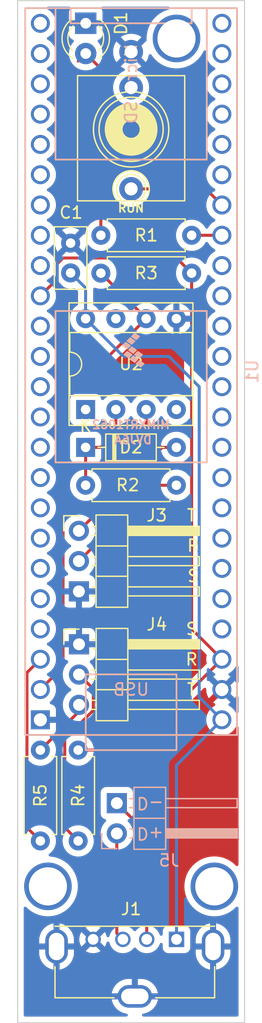
<source format=kicad_pcb>
(kicad_pcb (version 20211014) (generator pcbnew)
  (layers (0 "F.Cu" signal) (31 "B.Cu" signal) (34 "B.Paste" user) (35 "F.Paste" user) (36 "B.SilkS" user "B.Silkscreen") (37 "F.SilkS" user "F.Silkscreen") (38 "B.Mask" user) (39 "F.Mask" user) (44 "Edge.Cuts" user))
  (net 0 "")
  (net 1 "+5V")
  (net 2 "GND")
  (net 3 "Net-(D1-Pad2)")
  (net 4 "Net-(D2-Pad1)")
  (net 5 "Net-(D2-Pad2)")
  (net 6 "Net-(J1-Pad2)")
  (net 7 "Net-(J1-Pad3)")
  (net 8 "RUN")
  (net 10 "+3.3V")
  (net 11 "SERIAL_RECEIVE")
  (net 12 "SERIAL_TRANSMIT")
  (net 53 "Net-(R2-Pad1)")
  (net 54 "Net-(R4-Pad1)")
  (net 55 "Net-(R5-Pad1)")
  (net 56 "LED")
  (footprint "Resistor_THT:R_Axial_DIN0207_L6.3mm_D2.5mm_P7.62mm_Horizontal" (layer "F.Cu") (at 17.643 66.05 180)
    (fp_text reference "R2" (at 4.085 0.01) (layer "F.SilkS"))
    (fp_text value "220")
    (fp_line (start 0.54 -1.37) (end 7.08 -1.37) (layer "F.SilkS") (width 0.12))
    (fp_line (start 0.54 1.37) (end 7.08 1.37) (layer "F.SilkS") (width 0.12))
    (fp_line (start 7.08 1.37) (end 7.08 1.04) (layer "F.SilkS") (width 0.12))
    (fp_line (start 0.54 1.04) (end 0.54 1.37) (layer "F.SilkS") (width 0.12))
    (fp_line (start 7.08 -1.37) (end 7.08 -1.04) (layer "F.SilkS") (width 0.12))
    (fp_line (start 0.54 -1.04) (end 0.54 -1.37) (layer "F.SilkS") (width 0.12))
    (pad "1" thru_hole circle (at 0 0 180) (size 1.6 1.6) (drill 0.8) (layers *.Cu *.Mask) (net 53 "Net-(R2-Pad1)"))
    (pad "2" thru_hole oval (at 7.62 0 180) (size 1.6 1.6) (drill 0.8) (layers *.Cu *.Mask) (net 4 "Net-(D2-Pad1)"))
  )
  (footprint "Package_DIP:DIP-8_W7.62mm_Socket" (layer "F.Cu") (at 10.023 59.7 90)
    (fp_text reference "U2" (at 3.82 3.82 180) (layer "F.SilkS"))
    (fp_text value "6N138")
    (fp_line (start 1.16 -1.33) (end 1.16 8.95) (layer "F.SilkS") (width 0.12))
    (fp_line (start 6.46 -1.33) (end 4.81 -1.33) (layer "F.SilkS") (width 0.12))
    (fp_line (start 2.81 -1.33) (end 1.16 -1.33) (layer "F.SilkS") (width 0.12))
    (fp_line (start 8.95 9.01) (end 8.95 -1.39) (layer "F.SilkS") (width 0.12))
    (fp_line (start -1.33 9.01) (end 8.95 9.01) (layer "F.SilkS") (width 0.12))
    (fp_line (start -1.33 -1.39) (end -1.33 9.01) (layer "F.SilkS") (width 0.12))
    (fp_line (start 1.16 8.95) (end 6.46 8.95) (layer "F.SilkS") (width 0.12))
    (fp_line (start 8.95 -1.39) (end -1.33 -1.39) (layer "F.SilkS") (width 0.12))
    (fp_line (start 6.46 8.95) (end 6.46 -1.33) (layer "F.SilkS") (width 0.12))
    (fp_arc (start 4.81 -1.33) (mid 3.81 -0.33) (end 2.81 -1.33) (layer "F.SilkS") (width 0.12))
    (pad "1" thru_hole rect (at 0 0 90) (size 1.6 1.6) (drill 0.8) (layers *.Cu *.Mask))
    (pad "2" thru_hole oval (at 0 2.54 90) (size 1.6 1.6) (drill 0.8) (layers *.Cu *.Mask) (net 4 "Net-(D2-Pad1)"))
    (pad "3" thru_hole oval (at 0 5.08 90) (size 1.6 1.6) (drill 0.8) (layers *.Cu *.Mask) (net 5 "Net-(D2-Pad2)"))
    (pad "4" thru_hole oval (at 0 7.62 90) (size 1.6 1.6) (drill 0.8) (layers *.Cu *.Mask))
    (pad "5" thru_hole oval (at 7.62 7.62 90) (size 1.6 1.6) (drill 0.8) (layers *.Cu *.Mask) (net 2 "GND"))
    (pad "6" thru_hole oval (at 7.62 5.08 90) (size 1.6 1.6) (drill 0.8) (layers *.Cu *.Mask) (net 11 "SERIAL_RECEIVE"))
    (pad "7" thru_hole oval (at 7.62 2.54 90) (size 1.6 1.6) (drill 0.8) (layers *.Cu *.Mask))
    (pad "8" thru_hole oval (at 7.62 0 90) (size 1.6 1.6) (drill 0.8) (layers *.Cu *.Mask) (net 1 "+5V"))
  )
  (footprint "winterbloom:MountingHole_M3_Skinny" (layer "F.Cu") (at 20.828 99.695)
    (fp_text reference "H1" hide)
    (fp_text value "M3" hide)
    (pad "1" thru_hole circle (at 0 0) (size 4 4) (drill 3.2) (layers *.Cu *.Mask))
  )
  (footprint "Connector_USB:USB_A_Molex_105057_Vertical" (layer "F.Cu") (at 17.653 104.14 180)
    (fp_text reference "J1" (at 3.81 2.54) (layer "F.SilkS"))
    (fp_text value "USB_A")
    (fp_line (start -3.2 -4.9) (end -3.2 -2.3) (layer "F.SilkS") (width 0.12))
    (fp_line (start 10.2 -4.9) (end 10.2 -2.3) (layer "F.SilkS") (width 0.12))
    (fp_line (start 10.2 1.1) (end -3.2 1.1) (layer "F.SilkS") (width 0.12))
    (fp_line (start -3.2 -4.9) (end 1.75 -4.9) (layer "F.SilkS") (width 0.12))
    (fp_line (start 10.2 -4.9) (end 5.25 -4.9) (layer "F.SilkS") (width 0.12))
    (pad "1" thru_hole rect (at 0 0 180) (size 1.3 1.3) (drill 0.9) (layers *.Cu *.Mask) (net 1 "+5V"))
    (pad "2" thru_hole circle (at 2.5 0 180) (size 1.3 1.3) (drill 0.9) (layers *.Cu *.Mask) (net 6 "Net-(J1-Pad2)"))
    (pad "3" thru_hole circle (at 4.5 0 180) (size 1.3 1.3) (drill 0.9) (layers *.Cu *.Mask) (net 7 "Net-(J1-Pad3)"))
    (pad "4" thru_hole circle (at 7 0 180) (size 1.3 1.3) (drill 0.9) (layers *.Cu *.Mask) (net 2 "GND"))
    (pad "5" thru_hole oval (at 10.07 -0.6 180) (size 1.9 2.9) (drill oval 1.3 2.3) (layers *.Cu *.Mask) (net 2 "GND"))
    (pad "5" thru_hole oval (at 3.5 -4.78 270) (size 1.9 2.9) (drill oval 1.3 2.3) (layers *.Cu *.Mask) (net 2 "GND"))
    (pad "5" thru_hole oval (at -3.07 -0.6) (size 1.9 2.9) (drill oval 1.3 2.3) (layers *.Cu *.Mask) (net 2 "GND"))
  )
  (footprint "winterbloom:MountingHole_M3_Skinny" (layer "F.Cu") (at 6.858 99.695)
    (fp_text reference "H1" hide)
    (fp_text value "M3" hide)
    (pad "1" thru_hole circle (at 0 0) (size 4 4) (drill 3.2) (layers *.Cu *.Mask))
  )
  (footprint "Resistor_THT:R_Axial_DIN0207_L6.3mm_D2.5mm_P7.62mm_Horizontal" (layer "F.Cu") (at 6.223 88.265 -90)
    (fp_text reference "R5" (at 3.81 0 -90) (layer "F.SilkS"))
    (fp_text value "47")
    (fp_line (start 0.54 -1.37) (end 7.08 -1.37) (layer "F.SilkS") (width 0.12))
    (fp_line (start 7.08 1.37) (end 7.08 1.04) (layer "F.SilkS") (width 0.12))
    (fp_line (start 7.08 -1.37) (end 7.08 -1.04) (layer "F.SilkS") (width 0.12))
    (fp_line (start 0.54 1.37) (end 7.08 1.37) (layer "F.SilkS") (width 0.12))
    (fp_line (start 0.54 1.04) (end 0.54 1.37) (layer "F.SilkS") (width 0.12))
    (fp_line (start 0.54 -1.04) (end 0.54 -1.37) (layer "F.SilkS") (width 0.12))
    (pad "1" thru_hole circle (at 0 0 270) (size 1.6 1.6) (drill 0.8) (layers *.Cu *.Mask) (net 55 "Net-(R5-Pad1)"))
    (pad "2" thru_hole oval (at 7.62 0 270) (size 1.6 1.6) (drill 0.8) (layers *.Cu *.Mask) (net 12 "SERIAL_TRANSMIT"))
  )
  (footprint "winterbloom:AudioJack_WQP518MA" (layer "F.Cu") (at 13.843 36.195 180)
    (fp_text reference "J2" hide)
    (fp_text value "RUN" (at 0.01 -6.61) (layer "F.SilkS") (effects (font (size 0.7 0.7))))
    (fp_line (start 4.5 4.5) (end -4.5 4.5) (layer "F.SilkS") (width 0.12))
    (fp_line (start -4.5 4.5) (end -4.5 -6) (layer "F.SilkS") (width 0.12))
    (fp_line (start -4.5 -6) (end 4.5 -6) (layer "F.SilkS") (width 0.12))
    (fp_line (start 4.5 -6) (end 4.5 4.5) (layer "F.SilkS") (width 0.12))
    (fp_arc (start 1.149999 -5.999999) (mid 0 -3.476026) (end -1.149999 -5.999999) (layer "F.SilkS") (width 0.12))
    (fp_arc (start 0.699999 -5.999999) (mid 0 -3.779346) (end -0.699999 -5.999999) (layer "F.SilkS") (width 0.12))
    (fp_circle (center 0 0) (end 3.16228 0) (layer "F.SilkS") (width 0.127) (fill none))
    (fp_circle (center 0 0) (end 2.69072 0) (layer "F.SilkS") (width 0.127) (fill none))
    (fp_circle (center 0 0) (end 0.715017 0) (layer "F.SilkS") (width 1.5) (fill none))
    (pad "S" thru_hole circle (at 0 6.5 180) (size 2 2) (drill 1.1) (layers *.Cu *.Mask) (net 2 "GND"))
    (pad "T" thru_hole circle (at 0 -5 180) (size 2 2) (drill 1.1) (layers *.Cu *.Mask) (net 8 "RUN"))
    (pad "TN" thru_hole circle (at 0 3.5 180) (size 2 2) (drill 1.1) (layers *.Cu *.Mask))
    (zone (net 0) (net_name "") (layer "F.Cu") (connect_pads (clearance 0)) (min_thickness 0.254)
      (keepout (tracks not_allowed) (vias not_allowed) (pads not_allowed) (copperpour not_allowed) (footprints not_allowed))
      (fill (thermal_gap 0.508) (thermal_bridge_width 0.508))
      (polygon (pts (xy 12.943 37.395) (xy 12.443 36.795) (xy 12.343 36.195) (xy 12.443 35.595) (xy 12.943 34.995) (xy 13.843 34.695) (xy 14.743 34.995) (xy 15.243 35.595) (xy 15.343 36.195) (xy 15.243 36.795) (xy 14.743 37.395) (xy 13.843 37.695)))
    )
  )
  (footprint "Connector_PinHeader_2.54mm:PinHeader_1x03_P2.54mm_Horizontal" (layer "F.Cu") (at 9.458 69.875)
    (fp_text reference "J3" (at 6.544 -1.295) (layer "F.SilkS"))
    (fp_text value "MIDI_IN")
    (fp_text user "R" (at 9.592 1.245 unlocked) (layer "F.SilkS"))
    (fp_text user "T" (at 9.465 -1.295 unlocked) (layer "F.SilkS"))
    (fp_text user "S" (at 9.592 3.785 unlocked) (layer "F.SilkS"))
    (fp_line (start 1.042929 4.7) (end 1.44 4.7) (layer "F.SilkS") (width 0.12))
    (fp_line (start 1.11 -0.38) (end 1.44 -0.38) (layer "F.SilkS") (width 0.12))
    (fp_line (start 10.1 -0.38) (end 10.1 0.38) (layer "F.SilkS") (width 0.12))
    (fp_line (start 4.1 0.04) (end 10.1 0.04) (layer "F.SilkS") (width 0.12))
    (fp_line (start 10.1 5.46) (end 4.1 5.46) (layer "F.SilkS") (width 0.12))
    (fp_line (start 1.44 3.81) (end 4.1 3.81) (layer "F.SilkS") (width 0.12))
    (fp_line (start 1.11 0.38) (end 1.44 0.38) (layer "F.SilkS") (width 0.12))
    (fp_line (start -1.27 -1.27) (end 0 -1.27) (layer "F.SilkS") (width 0.12))
    (fp_line (start 1.44 -1.33) (end 1.44 6.41) (layer "F.SilkS") (width 0.12))
    (fp_line (start 4.1 -1.33) (end 1.44 -1.33) (layer "F.SilkS") (width 0.12))
    (fp_line (start 10.1 4.7) (end 10.1 5.46) (layer "F.SilkS") (width 0.12))
    (fp_line (start 10.1 2.92) (end 4.1 2.92) (layer "F.SilkS") (width 0.12))
    (fp_line (start 4.1 0.16) (end 10.1 0.16) (layer "F.SilkS") (width 0.12))
    (fp_line (start 4.1 -0.2) (end 10.1 -0.2) (layer "F.SilkS") (width 0.12))
    (fp_line (start 1.042929 2.92) (end 1.44 2.92) (layer "F.SilkS") (width 0.12))
    (fp_line (start 4.1 2.16) (end 10.1 2.16) (layer "F.SilkS") (width 0.12))
    (fp_line (start 4.1 6.41) (end 4.1 -1.33) (layer "F.SilkS") (width 0.12))
    (fp_line (start 1.042929 2.16) (end 1.44 2.16) (layer "F.SilkS") (width 0.12))
    (fp_line (start 10.1 0.38) (end 4.1 0.38) (layer "F.SilkS") (width 0.12))
    (fp_line (start 4.1 -0.08) (end 10.1 -0.08) (layer "F.SilkS") (width 0.12))
    (fp_line (start 10.1 2.16) (end 10.1 2.92) (layer "F.SilkS") (width 0.12))
    (fp_line (start 1.44 1.27) (end 4.1 1.27) (layer "F.SilkS") (width 0.12))
    (fp_line (start 1.042929 5.46) (end 1.44 5.46) (layer "F.SilkS") (width 0.12))
    (fp_line (start 4.1 0.28) (end 10.1 0.28) (layer "F.SilkS") (width 0.12))
    (fp_line (start 4.1 -0.38) (end 10.1 -0.38) (layer "F.SilkS") (width 0.12))
    (fp_line (start -1.27 0) (end -1.27 -1.27) (layer "F.SilkS") (width 0.12))
    (fp_line (start 4.1 4.7) (end 10.1 4.7) (layer "F.SilkS") (width 0.12))
    (fp_line (start 4.1 -0.32) (end 10.1 -0.32) (layer "F.SilkS") (width 0.12))
    (fp_line (start 1.44 6.41) (end 4.1 6.41) (layer "F.SilkS") (width 0.12))
    (pad "1" thru_hole rect (at 0 5.08) (size 1.7 1.7) (drill 1) (layers *.Cu *.Mask) (net 2 "GND"))
    (pad "2" thru_hole oval (at 0 2.54) (size 1.7 1.7) (drill 1) (layers *.Cu *.Mask) (net 53 "Net-(R2-Pad1)"))
    (pad "3" thru_hole oval (at 0 0) (size 1.7 1.7) (drill 1) (layers *.Cu *.Mask) (net 5 "Net-(D2-Pad2)"))
  )
  (footprint "Capacitor_THT:C_Disc_D5.0mm_W2.5mm_P2.50mm" (layer "F.Cu") (at 8.763 48.24 90)
    (fp_text reference "C1" (at 5.06 0.03707 180) (layer "F.SilkS"))
    (fp_text value "0.1uF")
    (fp_line (start -1.37 -1.37) (end 3.87 -1.37) (layer "F.SilkS") (width 0.12))
    (fp_line (start 3.87 -1.37) (end 3.87 1.37) (layer "F.SilkS") (width 0.12))
    (fp_line (start -1.37 -1.37) (end -1.37 1.37) (layer "F.SilkS") (width 0.12))
    (fp_line (start -1.37 1.37) (end 3.87 1.37) (layer "F.SilkS") (width 0.12))
    (pad "1" thru_hole circle (at 0 0 90) (size 1.6 1.6) (drill 0.8) (layers *.Cu *.Mask) (net 1 "+5V"))
    (pad "2" thru_hole circle (at 2.5 0 90) (size 1.6 1.6) (drill 0.8) (layers *.Cu *.Mask) (net 2 "GND"))
  )
  (footprint "Connector_PinHeader_2.54mm:PinHeader_1x03_P2.54mm_Horizontal" (layer "F.Cu") (at 9.468 79.39)
    (fp_text reference "J4" (at 6.534 -1.666) (layer "F.SilkS"))
    (fp_text value "MIDI_OUT")
    (fp_text user "S" (at 9.455 -1.285 unlocked) (layer "F.SilkS"))
    (fp_text user "T" (at 9.455 3.795 unlocked) (layer "F.SilkS"))
    (fp_text user "R" (at 9.455 1.27 unlocked) (layer "F.SilkS"))
    (fp_line (start 4.1 -0.2) (end 10.1 -0.2) (layer "F.SilkS") (width 0.12))
    (fp_line (start 4.1 0.16) (end 10.1 0.16) (layer "F.SilkS") (width 0.12))
    (fp_line (start 10.1 4.7) (end 10.1 5.46) (layer "F.SilkS") (width 0.12))
    (fp_line (start 10.1 2.92) (end 4.1 2.92) (layer "F.SilkS") (width 0.12))
    (fp_line (start 10.1 5.46) (end 4.1 5.46) (layer "F.SilkS") (width 0.12))
    (fp_line (start 1.042929 2.92) (end 1.44 2.92) (layer "F.SilkS") (width 0.12))
    (fp_line (start -1.27 0) (end -1.27 -1.27) (layer "F.SilkS") (width 0.12))
    (fp_line (start 1.042929 5.46) (end 1.44 5.46) (layer "F.SilkS") (width 0.12))
    (fp_line (start 1.11 0.38) (end 1.44 0.38) (layer "F.SilkS") (width 0.12))
    (fp_line (start 1.042929 2.16) (end 1.44 2.16) (layer "F.SilkS") (width 0.12))
    (fp_line (start 10.1 0.38) (end 4.1 0.38) (layer "F.SilkS") (width 0.12))
    (fp_line (start -1.27 -1.27) (end 0 -1.27) (layer "F.SilkS") (width 0.12))
    (fp_line (start 4.1 -0.38) (end 10.1 -0.38) (layer "F.SilkS") (width 0.12))
    (fp_line (start 4.1 6.41) (end 4.1 -1.33) (layer "F.SilkS") (width 0.12))
    (fp_line (start 4.1 0.04) (end 10.1 0.04) (layer "F.SilkS") (width 0.12))
    (fp_line (start 10.1 -0.38) (end 10.1 0.38) (layer "F.SilkS") (width 0.12))
    (fp_line (start 1.44 6.41) (end 4.1 6.41) (layer "F.SilkS") (width 0.12))
    (fp_line (start 4.1 2.16) (end 10.1 2.16) (layer "F.SilkS") (width 0.12))
    (fp_line (start 1.44 1.27) (end 4.1 1.27) (layer "F.SilkS") (width 0.12))
    (fp_line (start 1.11 -0.38) (end 1.44 -0.38) (layer "F.SilkS") (width 0.12))
    (fp_line (start 4.1 -0.08) (end 10.1 -0.08) (layer "F.SilkS") (width 0.12))
    (fp_line (start 1.042929 4.7) (end 1.44 4.7) (layer "F.SilkS") (width 0.12))
    (fp_line (start 4.1 4.7) (end 10.1 4.7) (layer "F.SilkS") (width 0.12))
    (fp_line (start 10.1 2.16) (end 10.1 2.92) (layer "F.SilkS") (width 0.12))
    (fp_line (start 4.1 -1.33) (end 1.44 -1.33) (layer "F.SilkS") (width 0.12))
    (fp_line (start 1.44 3.81) (end 4.1 3.81) (layer "F.SilkS") (width 0.12))
    (fp_line (start 1.44 -1.33) (end 1.44 6.41) (layer "F.SilkS") (width 0.12))
    (fp_line (start 4.1 -0.32) (end 10.1 -0.32) (layer "F.SilkS") (width 0.12))
    (fp_line (start 4.1 0.28) (end 10.1 0.28) (layer "F.SilkS") (width 0.12))
    (pad "1" thru_hole rect (at 0 0) (size 1.7 1.7) (drill 1) (layers *.Cu *.Mask) (net 2 "GND"))
    (pad "2" thru_hole oval (at 0 2.54) (size 1.7 1.7) (drill 1) (layers *.Cu *.Mask) (net 54 "Net-(R4-Pad1)"))
    (pad "3" thru_hole oval (at 0 5.08) (size 1.7 1.7) (drill 1) (layers *.Cu *.Mask) (net 55 "Net-(R5-Pad1)"))
  )
  (footprint "winterbloom:MountingHole_M3_Skinny" (layer "F.Cu") (at 17.653 28.575)
    (fp_text reference "H1" hide)
    (fp_text value "M3" hide)
    (pad "1" thru_hole circle (at 0 0) (size 4 4) (drill 3.2) (layers *.Cu *.Mask))
  )
  (footprint "LED_THT:LED_D3.0mm" (layer "F.Cu") (at 10.033 27.3 -90)
    (fp_text reference "D1" (at 0.005 -2.96 90) (layer "F.SilkS"))
    (fp_text value "LED")
    (fp_line (start -0.29 -1.236) (end -0.29 -1.08) (layer "F.SilkS") (width 0.12))
    (fp_line (start -0.29 1.08) (end -0.29 1.236) (layer "F.SilkS") (width 0.12))
    (fp_arc (start 2.942335 1.078608) (mid 1.366487 1.987659) (end -0.29 1.235516) (layer "F.SilkS") (width 0.12))
    (fp_arc (start -0.29 -1.235516) (mid 1.366487 -1.987659) (end 2.942335 -1.078608) (layer "F.SilkS") (width 0.12))
    (fp_arc (start 0.229039 -1.08) (mid 1.270117 -1.5) (end 2.31113 -1.079837) (layer "F.SilkS") (width 0.12))
    (fp_arc (start 2.31113 1.079837) (mid 1.270117 1.5) (end 0.229039 1.08) (layer "F.SilkS") (width 0.12))
    (pad "1" thru_hole rect (at 0 0 270) (size 1.8 1.8) (drill 0.9) (layers *.Cu *.Mask) (net 2 "GND"))
    (pad "2" thru_hole circle (at 2.54 0 270) (size 1.8 1.8) (drill 0.9) (layers *.Cu *.Mask) (net 3 "Net-(D1-Pad2)"))
  )
  (footprint "Resistor_THT:R_Axial_DIN0207_L6.3mm_D2.5mm_P7.62mm_Horizontal" (layer "F.Cu") (at 18.923 48.26 180)
    (fp_text reference "R3" (at 3.81 0) (layer "F.SilkS"))
    (fp_text value "470")
    (fp_line (start 0.54 -1.04) (end 0.54 -1.37) (layer "F.SilkS") (width 0.12))
    (fp_line (start 0.54 -1.37) (end 7.08 -1.37) (layer "F.SilkS") (width 0.12))
    (fp_line (start 7.08 -1.37) (end 7.08 -1.04) (layer "F.SilkS") (width 0.12))
    (fp_line (start 0.54 1.04) (end 0.54 1.37) (layer "F.SilkS") (width 0.12))
    (fp_line (start 7.08 1.37) (end 7.08 1.04) (layer "F.SilkS") (width 0.12))
    (fp_line (start 0.54 1.37) (end 7.08 1.37) (layer "F.SilkS") (width 0.12))
    (pad "1" thru_hole circle (at 0 0 180) (size 1.6 1.6) (drill 0.8) (layers *.Cu *.Mask) (net 10 "+3.3V"))
    (pad "2" thru_hole oval (at 7.62 0 180) (size 1.6 1.6) (drill 0.8) (layers *.Cu *.Mask) (net 11 "SERIAL_RECEIVE"))
  )
  (footprint "Diode_THT:D_DO-35_SOD27_P7.62mm_Horizontal" (layer "F.Cu") (at 10.023 62.875)
    (fp_text reference "D2" (at 3.81 -0.01) (layer "F.SilkS"))
    (fp_text value "1N4148")
    (fp_text user "K" (at 0 -1.8) (layer "F.SilkS"))
    (fp_line (start 1.69 -1.12) (end 1.69 1.12) (layer "F.SilkS") (width 0.12))
    (fp_line (start 1.04 0) (end 1.69 0) (layer "F.SilkS") (width 0.12))
    (fp_line (start 2.41 -1.12) (end 2.41 1.12) (layer "F.SilkS") (width 0.12))
    (fp_line (start 1.69 1.12) (end 5.93 1.12) (layer "F.SilkS") (width 0.12))
    (fp_line (start 5.93 -1.12) (end 1.69 -1.12) (layer "F.SilkS") (width 0.12))
    (fp_line (start 2.53 -1.12) (end 2.53 1.12) (layer "F.SilkS") (width 0.12))
    (fp_line (start 6.58 0) (end 5.93 0) (layer "F.SilkS") (width 0.12))
    (fp_line (start 2.29 -1.12) (end 2.29 1.12) (layer "F.SilkS") (width 0.12))
    (fp_line (start 5.93 1.12) (end 5.93 -1.12) (layer "F.SilkS") (width 0.12))
    (pad "1" thru_hole rect (at 0 0) (size 1.6 1.6) (drill 0.8) (layers *.Cu *.Mask) (net 4 "Net-(D2-Pad1)"))
    (pad "2" thru_hole oval (at 7.62 0) (size 1.6 1.6) (drill 0.8) (layers *.Cu *.Mask) (net 5 "Net-(D2-Pad2)"))
  )
  (footprint "Resistor_THT:R_Axial_DIN0207_L6.3mm_D2.5mm_P7.62mm_Horizontal" (layer "F.Cu") (at 9.398 95.885 90)
    (fp_text reference "R4" (at 3.81 0 90) (layer "F.SilkS"))
    (fp_text value "47")
    (fp_line (start 0.54 -1.37) (end 7.08 -1.37) (layer "F.SilkS") (width 0.12))
    (fp_line (start 7.08 1.37) (end 7.08 1.04) (layer "F.SilkS") (width 0.12))
    (fp_line (start 0.54 1.04) (end 0.54 1.37) (layer "F.SilkS") (width 0.12))
    (fp_line (start 0.54 1.37) (end 7.08 1.37) (layer "F.SilkS") (width 0.12))
    (fp_line (start 7.08 -1.37) (end 7.08 -1.04) (layer "F.SilkS") (width 0.12))
    (fp_line (start 0.54 -1.04) (end 0.54 -1.37) (layer "F.SilkS") (width 0.12))
    (pad "1" thru_hole circle (at 0 0 90) (size 1.6 1.6) (drill 0.8) (layers *.Cu *.Mask) (net 54 "Net-(R4-Pad1)"))
    (pad "2" thru_hole oval (at 7.62 0 90) (size 1.6 1.6) (drill 0.8) (layers *.Cu *.Mask) (net 10 "+3.3V"))
  )
  (footprint "Resistor_THT:R_Axial_DIN0207_L6.3mm_D2.5mm_P7.62mm_Horizontal" (layer "F.Cu") (at 18.923 45.085 180)
    (fp_text reference "R1" (at 3.81 0) (layer "F.SilkS"))
    (fp_text value "220")
    (fp_line (start 0.54 -1.37) (end 7.08 -1.37) (layer "F.SilkS") (width 0.12))
    (fp_line (start 7.08 1.37) (end 7.08 1.04) (layer "F.SilkS") (width 0.12))
    (fp_line (start 7.08 -1.37) (end 7.08 -1.04) (layer "F.SilkS") (width 0.12))
    (fp_line (start 0.54 -1.04) (end 0.54 -1.37) (layer "F.SilkS") (width 0.12))
    (fp_line (start 0.54 1.04) (end 0.54 1.37) (layer "F.SilkS") (width 0.12))
    (fp_line (start 0.54 1.37) (end 7.08 1.37) (layer "F.SilkS") (width 0.12))
    (pad "1" thru_hole circle (at 0 0 180) (size 1.6 1.6) (drill 0.8) (layers *.Cu *.Mask) (net 56 "LED"))
    (pad "2" thru_hole oval (at 7.62 0 180) (size 1.6 1.6) (drill 0.8) (layers *.Cu *.Mask) (net 3 "Net-(D1-Pad2)"))
  )
  (footprint "teensy:Teensy41" (layer "B.Cu") (at 13.843 56.515 90)
    (fp_text reference "U1" (at 0 10.16 90) (layer "B.SilkS") (effects (justify mirror)))
    (fp_text value "Teensy4.1")
    (fp_text user "USB" (at -26.67 0) (layer "B.SilkS") (effects (justify mirror)))
    (fp_text user "MIMXRT1062" (at -4.455 -0.01) (layer "B.SilkS") (effects (font (size 0.7 0.7)) (justify mirror)))
    (fp_text user "Micro SD" (at 24.13 0 90) (layer "B.SilkS") (effects (justify mirror)))
    (fp_text user "DVJ6A" (at -5.725 0.17) (layer "B.SilkS") (effects (font (size 0.7 0.7)) (justify mirror)))
    (fp_line (start 30.48 8.89) (end 30.48 -8.89) (layer "B.SilkS") (width 0.15))
    (fp_line (start -30.48 -8.89) (end -30.48 8.89) (layer "B.SilkS") (width 0.15))
    (fp_line (start -25.4 -3.81) (end -30.48 -3.81) (layer "B.SilkS") (width 0.15))
    (fp_line (start -30.48 8.89) (end 30.48 8.89) (layer "B.SilkS") (width 0.15))
    (fp_line (start 29.21 5.08) (end 29.21 -5.08) (layer "B.SilkS") (width 0.15))
    (fp_line (start 30.48 6.35) (end 17.78 6.35) (layer "B.SilkS") (width 0.15))
    (fp_line (start -7.62 6.35) (end -7.62 -6.35) (layer "B.SilkS") (width 0.15))
    (fp_line (start -25.4 -3.81) (end -25.4 3.81) (layer "B.SilkS") (width 0.15))
    (fp_line (start -30.48 -3.81) (end -31.75 -3.81) (layer "B.SilkS") (width 0.15))
    (fp_line (start -31.75 3.81) (end -30.48 3.81) (layer "B.SilkS") (width 0.15))
    (fp_line (start 30.48 5.08) (end 29.21 5.08) (layer "B.SilkS") (width 0.15))
    (fp_line (start -7.62 -6.35) (end 5.08 -6.35) (layer "B.SilkS") (width 0.15))
    (fp_line (start -31.75 -3.81) (end -31.75 3.81) (layer "B.SilkS") (width 0.15))
    (fp_line (start 17.78 6.35) (end 17.78 -6.35) (layer "B.SilkS") (width 0.15))
    (fp_line (start 30.48 -8.89) (end -30.48 -8.89) (layer "B.SilkS") (width 0.15))
    (fp_line (start 29.21 -5.08) (end 30.48 -5.08) (layer "B.SilkS") (width 0.15))
    (fp_line (start 5.08 6.35) (end -7.62 6.35) (layer "B.SilkS") (width 0.15))
    (fp_line (start -25.4 3.81) (end -30.48 3.81) (layer "B.SilkS") (width 0.15))
    (fp_line (start 5.08 -6.35) (end 5.08 6.35) (layer "B.SilkS") (width 0.15))
    (fp_line (start 17.78 -6.35) (end 30.48 -6.35) (layer "B.SilkS") (width 0.15))
    (fp_poly (pts (xy 3.197 0.307) (xy 2.943 0.053) (xy 2.689 0.434) (xy 2.943 0.688)) (layer "B.SilkS") (width 0.1) (fill solid))
    (fp_poly (pts (xy 1.673 -0.328) (xy 1.419 -0.582) (xy 1.165 -0.201) (xy 1.419 0.053)) (layer "B.SilkS") (width 0.1) (fill solid))
    (fp_poly (pts (xy 2.816 -0.074) (xy 2.562 -0.328) (xy 2.308 0.053) (xy 2.562 0.307)) (layer "B.SilkS") (width 0.1) (fill solid))
    (fp_poly (pts (xy 1.292 0.18) (xy 1.038 -0.074) (xy 0.784 0.307) (xy 1.038 0.561)) (layer "B.SilkS") (width 0.1) (fill solid))
    (fp_poly (pts (xy 2.435 -0.455) (xy 2.181 -0.709) (xy 1.927 -0.328) (xy 2.181 -0.074)) (layer "B.SilkS") (width 0.1) (fill solid))
    (fp_poly (pts (xy 0.911 0.688) (xy 0.657 0.434) (xy 0.403 0.815) (xy 0.657 1.069)) (layer "B.SilkS") (width 0.1) (fill solid))
    (fp_poly (pts (xy 2.054 0.053) (xy 1.8 -0.201) (xy 1.546 0.18) (xy 1.8 0.434)) (layer "B.SilkS") (width 0.1) (fill solid))
    (fp_poly (pts (xy 1.673 0.561) (xy 1.419 0.307) (xy 1.165 0.688) (xy 1.419 0.942)) (layer "B.SilkS") (width 0.1) (fill solid))
    (pad "1" thru_hole rect (at -29.21 -7.62 90) (size 1.6 1.6) (drill 1.1) (layers *.Cu *.Mask) (net 2 "GND"))
    (pad "2" thru_hole circle (at -26.67 -7.62 90) (size 1.6 1.6) (drill 1.1) (layers *.Cu *.Mask) (net 11 "SERIAL_RECEIVE"))
    (pad "3" thru_hole circle (at -24.13 -7.62 90) (size 1.6 1.6) (drill 1.1) (layers *.Cu *.Mask) (net 12 "SERIAL_TRANSMIT"))
    (pad "4" thru_hole circle (at -21.59 -7.62 90) (size 1.6 1.6) (drill 1.1) (layers *.Cu *.Mask))
    (pad "5" thru_hole circle (at -19.05 -7.62 90) (size 1.6 1.6) (drill 1.1) (layers *.Cu *.Mask))
    (pad "6" thru_hole circle (at -16.51 -7.62 90) (size 1.6 1.6) (drill 1.1) (layers *.Cu *.Mask))
    (pad "7" thru_hole circle (at -13.97 -7.62 90) (size 1.6 1.6) (drill 1.1) (layers *.Cu *.Mask))
    (pad "8" thru_hole circle (at -11.43 -7.62 90) (size 1.6 1.6) (drill 1.1) (layers *.Cu *.Mask))
    (pad "9" thru_hole circle (at -8.89 -7.62 90) (size 1.6 1.6) (drill 1.1) (layers *.Cu *.Mask))
    (pad "10" thru_hole circle (at -6.35 -7.62 90) (size 1.6 1.6) (drill 1.1) (layers *.Cu *.Mask))
    (pad "11" thru_hole circle (at -3.81 -7.62 90) (size 1.6 1.6) (drill 1.1) (layers *.Cu *.Mask))
    (pad "12" thru_hole circle (at -1.27 -7.62 90) (size 1.6 1.6) (drill 1.1) (layers *.Cu *.Mask))
    (pad "13" thru_hole circle (at 1.27 -7.62 90) (size 1.6 1.6) (drill 1.1) (layers *.Cu *.Mask))
    (pad "14" thru_hole circle (at 3.81 -7.62 90) (size 1.6 1.6) (drill 1.1) (layers *.Cu *.Mask))
    (pad "15" thru_hole circle (at 6.35 -7.62 90) (size 1.6 1.6) (drill 1.1) (layers *.Cu *.Mask) (net 10 "+3.3V"))
    (pad "16" thru_hole circle (at 8.89 -7.62 90) (size 1.6 1.6) (drill 1.1) (layers *.Cu *.Mask))
    (pad "17" thru_hole circle (at 11.43 -7.62 90) (size 1.6 1.6) (drill 1.1) (layers *.Cu *.Mask))
    (pad "18" thru_hole circle (at 13.97 -7.62 90) (size 1.6 1.6) (drill 1.1) (layers *.Cu *.Mask))
    (pad "19" thru_hole circle (at 16.51 -7.62 90) (size 1.6 1.6) (drill 1.1) (layers *.Cu *.Mask))
    (pad "20" thru_hole circle (at 19.05 -7.62 90) (size 1.6 1.6) (drill 1.1) (layers *.Cu *.Mask))
    (pad "21" thru_hole circle (at 21.59 -7.62 90) (size 1.6 1.6) (drill 1.1) (layers *.Cu *.Mask))
    (pad "22" thru_hole circle (at 24.13 -7.62 90) (size 1.6 1.6) (drill 1.1) (layers *.Cu *.Mask))
    (pad "23" thru_hole circle (at 26.67 -7.62 90) (size 1.6 1.6) (drill 1.1) (layers *.Cu *.Mask))
    (pad "24" thru_hole circle (at 29.21 -7.62 90) (size 1.6 1.6) (drill 1.1) (layers *.Cu *.Mask))
    (pad "25" thru_hole circle (at 29.21 7.62 90) (size 1.6 1.6) (drill 1.1) (layers *.Cu *.Mask))
    (pad "26" thru_hole circle (at 26.67 7.62 90) (size 1.6 1.6) (drill 1.1) (layers *.Cu *.Mask))
    (pad "27" thru_hole circle (at 24.13 7.62 90) (size 1.6 1.6) (drill 1.1) (layers *.Cu *.Mask))
    (pad "28" thru_hole circle (at 21.59 7.62 90) (size 1.6 1.6) (drill 1.1) (layers *.Cu *.Mask))
    (pad "29" thru_hole circle (at 19.05 7.62 90) (size 1.6 1.6) (drill 1.1) (layers *.Cu *.Mask))
    (pad "30" thru_hole circle (at 16.51 7.62 90) (size 1.6 1.6) (drill 1.1) (layers *.Cu *.Mask))
    (pad "31" thru_hole circle (at 13.97 7.62 90) (size 1.6 1.6) (drill 1.1) (layers *.Cu *.Mask) (net 8 "RUN"))
    (pad "32" thru_hole circle (at 11.43 7.62 90) (size 1.6 1.6) (drill 1.1) (layers *.Cu *.Mask) (net 56 "LED"))
    (pad "33" thru_hole circle (at 8.89 7.62 90) (size 1.6 1.6) (drill 1.1) (layers *.Cu *.Mask))
    (pad "34" thru_hole circle (at 6.35 7.62 90) (size 1.6 1.6) (drill 1.1) (layers *.Cu *.Mask))
    (pad "35" thru_hole circle (at 3.81 7.62 90) (size 1.6 1.6) (drill 1.1) (layers *.Cu *.Mask))
    (pad "36" thru_hole circle (at 1.27 7.62 90) (size 1.6 1.6) (drill 1.1) (layers *.Cu *.Mask))
    (pad "37" thru_hole circle (at -1.27 7.62 90) (size 1.6 1.6) (drill 1.1) (layers *.Cu *.Mask))
    (pad "38" thru_hole circle (at -3.81 7.62 90) (size 1.6 1.6) (drill 1.1) (layers *.Cu *.Mask))
    (pad "39" thru_hole circle (at -6.35 7.62 90) (size 1.6 1.6) (drill 1.1) (layers *.Cu *.Mask))
    (pad "40" thru_hole circle (at -8.89 7.62 90) (size 1.6 1.6) (drill 1.1) (layers *.Cu *.Mask))
    (pad "41" thru_hole circle (at -11.43 7.62 90) (size 1.6 1.6) (drill 1.1) (layers *.Cu *.Mask))
    (pad "42" thru_hole circle (at -13.97 7.62 90) (size 1.6 1.6) (drill 1.1) (layers *.Cu *.Mask))
    (pad "43" thru_hole circle (at -16.51 7.62 90) (size 1.6 1.6) (drill 1.1) (layers *.Cu *.Mask))
    (pad "44" thru_hole circle (at -19.05 7.62 90) (size 1.6 1.6) (drill 1.1) (layers *.Cu *.Mask))
    (pad "45" thru_hole circle (at -21.59 7.62 90) (size 1.6 1.6) (drill 1.1) (layers *.Cu *.Mask))
    (pad "46" thru_hole circle (at -24.13 7.62 90) (size 1.6 1.6) (drill 1.1) (layers *.Cu *.Mask) (net 10 "+3.3V"))
    (pad "47" thru_hole circle (at -26.67 7.62 90) (size 1.6 1.6) (drill 1.1) (layers *.Cu *.Mask) (net 2 "GND"))
    (pad "48" thru_hole circle (at -29.21 7.62 90) (size 1.6 1.6) (drill 1.1) (layers *.Cu *.Mask) (net 1 "+5V"))
  )
  (footprint "Connector_PinHeader_2.54mm:PinHeader_1x02_P2.54mm_Horizontal" (layer "B.Cu") (at 12.643 95.255)
    (fp_text reference "J5" (at 4.385 2.27 180) (layer "B.SilkS") (effects (justify mirror)))
    (fp_text value "USB_HEADER")
    (fp_text user "D+" (at 2.794 0 180 unlocked) (layer "B.SilkS") (effects (justify mirror)))
    (fp_text user "D-" (at 2.794 -2.54 180 unlocked) (layer "B.SilkS") (effects (justify mirror)))
    (fp_line (start 4.1 -2.16) (end 10.1 -2.16) (layer "B.SilkS") (width 0.12))
    (fp_line (start 1.042929 -2.92) (end 1.44 -2.92) (layer "B.SilkS") (width 0.12))
    (fp_line (start 1.11 0.38) (end 1.44 0.38) (layer "B.SilkS") (width 0.12))
    (fp_line (start 4.1 -0.16) (end 10.1 -0.16) (layer "B.SilkS") (width 0.12))
    (fp_line (start -1.27 0) (end -1.27 1.27) (layer "B.SilkS") (width 0.12))
    (fp_line (start 4.1 1.33) (end 1.44 1.33) (layer "B.SilkS") (width 0.12))
    (fp_line (start 10.1 0.38) (end 10.1 -0.38) (layer "B.SilkS") (width 0.12))
    (fp_line (start 4.1 -3.87) (end 4.1 1.33) (layer "B.SilkS") (width 0.12))
    (fp_line (start 1.11 -0.38) (end 1.44 -0.38) (layer "B.SilkS") (width 0.12))
    (fp_line (start -1.27 1.27) (end 0 1.27) (layer "B.SilkS") (width 0.12))
    (fp_line (start 4.1 -0.04) (end 10.1 -0.04) (layer "B.SilkS") (width 0.12))
    (fp_line (start 4.1 -0.28) (end 10.1 -0.28) (layer "B.SilkS") (width 0.12))
    (fp_line (start 4.1 0.32) (end 10.1 0.32) (layer "B.SilkS") (width 0.12))
    (fp_line (start 10.1 -2.92) (end 4.1 -2.92) (layer "B.SilkS") (width 0.12))
    (fp_line (start 10.1 -0.38) (end 4.1 -0.38) (layer "B.SilkS") (width 0.12))
    (fp_line (start 10.1 -2.16) (end 10.1 -2.92) (layer "B.SilkS") (width 0.12))
    (fp_line (start 1.44 -1.27) (end 4.1 -1.27) (layer "B.SilkS") (width 0.12))
    (fp_line (start 1.44 1.33) (end 1.44 -3.87) (layer "B.SilkS") (width 0.12))
    (fp_line (start 1.44 -3.87) (end 4.1 -3.87) (layer "B.SilkS") (width 0.12))
    (fp_line (start 4.1 0.38) (end 10.1 0.38) (layer "B.SilkS") (width 0.12))
    (fp_line (start 4.1 0.2) (end 10.1 0.2) (layer "B.SilkS") (width 0.12))
    (fp_line (start 4.1 0.08) (end 10.1 0.08) (layer "B.SilkS") (width 0.12))
    (fp_line (start 1.042929 -2.16) (end 1.44 -2.16) (layer "B.SilkS") (width 0.12))
    (pad "1" thru_hole rect (at 0 -2.54) (size 1.7 1.7) (drill 1) (layers *.Cu *.Mask) (net 6 "Net-(J1-Pad2)"))
    (pad "2" thru_hole oval (at 0 0) (size 1.7 1.7) (drill 1) (layers *.Cu *.Mask) (net 7 "Net-(J1-Pad3)"))
  )
  (gr_line (start 4.318 111.125) (end 4.318 25.4) (layer "Edge.Cuts") (width 0.1))
  (gr_line (start 4.318 25.4) (end 23.368 25.4) (layer "Edge.Cuts") (width 0.1))
  (gr_line (start 23.368 111.125) (end 4.318 111.125) (layer "Edge.Cuts") (width 0.1))
  (gr_line (start 23.368 25.4) (end 23.368 111.125) (layer "Edge.Cuts") (width 0.1))
  (segment (start 10.023 49.5) (end 8.763 48.24) (width 0.25) (layer "B.Cu") (net 1))
  (segment (start 17.018 55.245) (end 13.188 55.245) (width 0.25) (layer "B.Cu") (net 1))
  (segment (start 19.558 57.785) (end 17.018 55.245) (width 0.25) (layer "B.Cu") (net 1))
  (segment (start 21.463 85.725) (end 19.558 83.82) (width 0.25) (layer "B.Cu") (net 1))
  (segment (start 10.023 52.08) (end 10.023 49.5) (width 0.25) (layer "B.Cu") (net 1))
  (segment (start 13.188 55.245) (end 10.023 52.08) (width 0.25) (layer "B.Cu") (net 1))
  (segment (start 17.653 104.14) (end 17.653 89.535) (width 0.25) (layer "B.Cu") (net 1))
  (segment (start 17.653 89.535) (end 21.463 85.725) (width 0.25) (layer "B.Cu") (net 1))
  (segment (start 19.558 83.82) (end 19.558 57.785) (width 0.25) (layer "B.Cu") (net 1))
  (segment (start 7.638 46.865) (end 7.638 49.04) (width 0.25) (layer "B.Cu") (net 2))
  (segment (start 7.638 49.04) (end 8.763 50.165) (width 0.25) (layer "B.Cu") (net 2))
  (segment (start 8.763 45.74) (end 7.638 46.865) (width 0.25) (layer "B.Cu") (net 2))
  (segment (start 11.303 45.085) (end 11.303 31.11) (width 0.25) (layer "F.Cu") (net 3))
  (segment (start 11.303 31.11) (end 10.033 29.84) (width 0.25) (layer "F.Cu") (net 3))
  (segment (start 9.398 30.475) (end 10.033 29.84) (width 0.25) (layer "F.Cu") (net 3))
  (segment (start 10.023 62.875) (end 10.023 66.05) (width 0.25) (layer "F.Cu") (net 4))
  (segment (start 11.293 62.875) (end 10.023 62.875) (width 0.25) (layer "F.Cu") (net 4))
  (segment (start 12.563 59.7) (end 12.563 61.605) (width 0.25) (layer "F.Cu") (net 4))
  (segment (start 12.563 61.605) (end 11.293 62.875) (width 0.25) (layer "F.Cu") (net 4))
  (segment (start 16.373 62.875) (end 17.643 62.875) (width 0.25) (layer "F.Cu") (net 5))
  (segment (start 17.643 62.875) (end 16.458 62.875) (width 0.25) (layer "F.Cu") (net 5))
  (segment (start 16.458 62.875) (end 9.458 69.875) (width 0.25) (layer "F.Cu") (net 5))
  (segment (start 15.103 59.7) (end 15.103 61.605) (width 0.25) (layer "F.Cu") (net 5))
  (segment (start 15.103 61.605) (end 16.373 62.875) (width 0.25) (layer "F.Cu") (net 5))
  (segment (start 15.153 95.225) (end 12.643 92.715) (width 0.25) (layer "F.Cu") (net 6))
  (segment (start 15.153 104.14) (end 15.153 95.225) (width 0.25) (layer "F.Cu") (net 6))
  (segment (start 12.643 95.255) (end 12.643 103.63) (width 0.25) (layer "F.Cu") (net 7))
  (segment (start 12.643 103.63) (end 13.153 104.14) (width 0.25) (layer "F.Cu") (net 7))
  (segment (start 20.113 41.195) (end 21.463 42.545) (width 0.25) (layer "F.Cu") (net 8))
  (segment (start 13.843 41.195) (end 20.113 41.195) (width 0.25) (layer "F.Cu") (net 8))
  (segment (start 6.223 50.165) (end 7.638 48.75) (width 0.25) (layer "F.Cu") (net 10))
  (segment (start 9.398 88.265) (end 13.843 88.265) (width 0.25) (layer "F.Cu") (net 10))
  (segment (start 17.653 46.99) (end 18.923 48.26) (width 0.25) (layer "F.Cu") (net 10))
  (segment (start 18.923 78.105) (end 21.463 80.645) (width 0.25) (layer "F.Cu") (net 10))
  (segment (start 8.128 46.99) (end 17.653 46.99) (width 0.25) (layer "F.Cu") (net 10))
  (segment (start 7.638 48.75) (end 7.638 47.48) (width 0.25) (layer "F.Cu") (net 10))
  (segment (start 13.843 88.265) (end 21.463 80.645) (width 0.25) (layer "F.Cu") (net 10))
  (segment (start 7.638 47.48) (end 8.128 46.99) (width 0.25) (layer "F.Cu") (net 10))
  (segment (start 18.923 48.26) (end 18.923 78.105) (width 0.25) (layer "F.Cu") (net 10))
  (segment (start 6.223 83.185) (end 8.128 81.28) (width 0.25) (layer "F.Cu") (net 11))
  (segment (start 11.303 48.26) (end 15.103 52.06) (width 0.25) (layer "F.Cu") (net 11))
  (segment (start 8.128 59.055) (end 15.103 52.08) (width 0.25) (layer "F.Cu") (net 11))
  (segment (start 8.128 81.28) (end 8.128 59.055) (width 0.25) (layer "F.Cu") (net 11))
  (segment (start 15.103 52.06) (end 15.103 52.08) (width 0.25) (layer "F.Cu") (net 11))
  (segment (start 5.098 81.77) (end 5.098 94.76) (width 0.25) (layer "F.Cu") (net 12))
  (segment (start 5.098 94.76) (end 6.223 95.885) (width 0.25) (layer "F.Cu") (net 12))
  (segment (start 6.223 80.645) (end 5.098 81.77) (width 0.25) (layer "F.Cu") (net 12))
  (segment (start 17.643 66.05) (end 15.823 66.05) (width 0.25) (layer "F.Cu") (net 53))
  (segment (start 15.823 66.05) (end 9.458 72.415) (width 0.25) (layer "F.Cu") (net 53))
  (segment (start 8.273 94.76) (end 8.273 87.326701) (width 0.25) (layer "F.Cu") (net 54))
  (segment (start 10.668 83.13) (end 9.468 81.93) (width 0.25) (layer "F.Cu") (net 54))
  (segment (start 10.668 84.931701) (end 10.668 83.13) (width 0.25) (layer "F.Cu") (net 54))
  (segment (start 8.273 87.326701) (end 10.668 84.931701) (width 0.25) (layer "F.Cu") (net 54))
  (segment (start 9.398 95.885) (end 8.273 94.76) (width 0.25) (layer "F.Cu") (net 54))
  (segment (start 9.468 85.02) (end 9.468 84.47) (width 0.25) (layer "F.Cu") (net 55))
  (segment (start 6.223 88.265) (end 9.468 85.02) (width 0.25) (layer "F.Cu") (net 55))
  (segment (start 18.923 45.085) (end 21.463 45.085) (width 0.25) (layer "F.Cu") (net 56))
  (zone (net 2) (net_name "GND") (layer "F.Cu") (connect_pads (clearance 0.508)) (min_thickness 0.254) (fill yes (thermal_gap 0.508) (thermal_bridge_width 0.508))
    (polygon (pts (xy 23.368 111.125) (xy 4.318 111.125) (xy 4.318 25.4) (xy 23.368 25.4)))
  )
  (zone (net 2) (net_name "GND") (layer "B.Cu") (connect_pads (clearance 0.508)) (min_thickness 0.254) (fill yes (thermal_gap 0.508) (thermal_bridge_width 0.508))
    (polygon (pts (xy 23.368 111.125) (xy 4.318 111.125) (xy 4.318 25.4) (xy 23.368 25.4)))
  )
)
</source>
